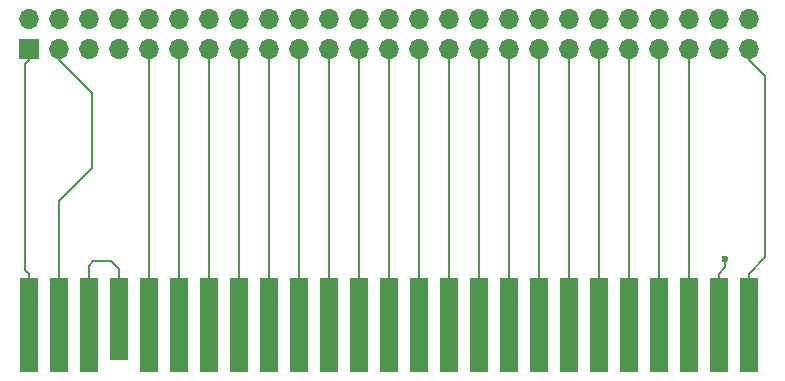
<source format=gbr>
%TF.GenerationSoftware,KiCad,Pcbnew,8.0.2-1*%
%TF.CreationDate,2024-07-05T22:00:38-03:00*%
%TF.ProjectId,msx-simple-proto,6d73782d-7369-46d7-906c-652d70726f74,0.1*%
%TF.SameCoordinates,Original*%
%TF.FileFunction,Copper,L1,Top*%
%TF.FilePolarity,Positive*%
%FSLAX46Y46*%
G04 Gerber Fmt 4.6, Leading zero omitted, Abs format (unit mm)*
G04 Created by KiCad (PCBNEW 8.0.2-1) date 2024-07-05 22:00:38*
%MOMM*%
%LPD*%
G01*
G04 APERTURE LIST*
%TA.AperFunction,ConnectorPad*%
%ADD10R,1.500000X8.000000*%
%TD*%
%TA.AperFunction,ConnectorPad*%
%ADD11R,1.500000X7.000000*%
%TD*%
%TA.AperFunction,ComponentPad*%
%ADD12O,1.700000X1.700000*%
%TD*%
%TA.AperFunction,ComponentPad*%
%ADD13R,1.700000X1.700000*%
%TD*%
%TA.AperFunction,ViaPad*%
%ADD14C,0.600000*%
%TD*%
%TA.AperFunction,Conductor*%
%ADD15C,0.200000*%
%TD*%
G04 APERTURE END LIST*
D10*
%TO.P,CART1,2*%
%TO.N,/CS2*%
X188492025Y-129867202D03*
%TO.P,CART1,4*%
%TO.N,/SLTSL*%
X185952025Y-129867202D03*
%TO.P,CART1,6*%
%TO.N,/RFSH*%
X183412025Y-129867202D03*
%TO.P,CART1,8*%
%TO.N,/INT*%
X180872025Y-129867202D03*
%TO.P,CART1,10*%
%TO.N,/BUSDIR*%
X178332025Y-129867202D03*
%TO.P,CART1,12*%
%TO.N,/MERQ*%
X175792025Y-129867202D03*
%TO.P,CART1,14*%
%TO.N,/RD*%
X173252025Y-129867202D03*
%TO.P,CART1,16*%
%TO.N,RSV*%
X170712025Y-129867202D03*
%TO.P,CART1,18*%
%TO.N,A15*%
X168172025Y-129867202D03*
%TO.P,CART1,20*%
%TO.N,A10*%
X165632025Y-129867202D03*
%TO.P,CART1,22*%
%TO.N,A6*%
X163092025Y-129867202D03*
%TO.P,CART1,24*%
%TO.N,A8*%
X160552025Y-129867202D03*
%TO.P,CART1,26*%
%TO.N,A13*%
X158012025Y-129867202D03*
%TO.P,CART1,28*%
%TO.N,A0*%
X155472025Y-129867202D03*
%TO.P,CART1,30*%
%TO.N,A2*%
X152932025Y-129867202D03*
%TO.P,CART1,32*%
%TO.N,A4*%
X150392025Y-129867202D03*
%TO.P,CART1,34*%
%TO.N,D0*%
X147852025Y-129867202D03*
%TO.P,CART1,36*%
%TO.N,D2*%
X145312025Y-129867202D03*
%TO.P,CART1,38*%
%TO.N,D4*%
X142772025Y-129867202D03*
%TO.P,CART1,40*%
%TO.N,D6*%
X140232025Y-129867202D03*
%TO.P,CART1,42*%
%TO.N,CLOCK*%
X137692025Y-129867202D03*
D11*
%TO.P,CART1,44*%
%TO.N,SW*%
X135146533Y-129359850D03*
D10*
%TO.P,CART1,46*%
X132612025Y-129867202D03*
%TO.P,CART1,48*%
%TO.N,+12V*%
X130072025Y-129867202D03*
%TO.P,CART1,50*%
%TO.N,-12V*%
X127532025Y-129867202D03*
%TD*%
D12*
%TO.P,CONN1,1*%
%TO.N,/CS1*%
X188492000Y-104000000D03*
%TO.P,CONN1,2*%
%TO.N,/CS2*%
X188492000Y-106540000D03*
%TO.P,CONN1,3*%
%TO.N,/CS12*%
X185952000Y-104000000D03*
%TO.P,CONN1,4*%
%TO.N,/SLTSL*%
X185952000Y-106540000D03*
%TO.P,CONN1,5*%
%TO.N,RSV*%
X183412000Y-104000000D03*
%TO.P,CONN1,6*%
%TO.N,/RFSH*%
X183412000Y-106540000D03*
%TO.P,CONN1,7*%
%TO.N,/WAIT*%
X180872000Y-104000000D03*
%TO.P,CONN1,8*%
%TO.N,/INT*%
X180872000Y-106540000D03*
%TO.P,CONN1,9*%
%TO.N,/M1*%
X178332000Y-104000000D03*
%TO.P,CONN1,10*%
%TO.N,/BUSDIR*%
X178332000Y-106540000D03*
%TO.P,CONN1,11*%
%TO.N,/IORQ*%
X175792000Y-104000000D03*
%TO.P,CONN1,12*%
%TO.N,/MERQ*%
X175792000Y-106540000D03*
%TO.P,CONN1,13*%
%TO.N,/WR*%
X173252000Y-104000000D03*
%TO.P,CONN1,14*%
%TO.N,/RD*%
X173252000Y-106540000D03*
%TO.P,CONN1,15*%
%TO.N,/RESET*%
X170712000Y-104000000D03*
%TO.P,CONN1,16*%
%TO.N,RSV*%
X170712000Y-106540000D03*
%TO.P,CONN1,17*%
%TO.N,A9*%
X168172000Y-104000000D03*
%TO.P,CONN1,18*%
%TO.N,A15*%
X168172000Y-106540000D03*
%TO.P,CONN1,19*%
%TO.N,A11*%
X165632000Y-104000000D03*
%TO.P,CONN1,20*%
%TO.N,A10*%
X165632000Y-106540000D03*
%TO.P,CONN1,21*%
%TO.N,A7*%
X163092000Y-104000000D03*
%TO.P,CONN1,22*%
%TO.N,A6*%
X163092000Y-106540000D03*
%TO.P,CONN1,23*%
%TO.N,A12*%
X160552000Y-104000000D03*
%TO.P,CONN1,24*%
%TO.N,A8*%
X160552000Y-106540000D03*
%TO.P,CONN1,25*%
%TO.N,A14*%
X158012000Y-104000000D03*
%TO.P,CONN1,26*%
%TO.N,A13*%
X158012000Y-106540000D03*
%TO.P,CONN1,27*%
%TO.N,A1*%
X155472000Y-104000000D03*
%TO.P,CONN1,28*%
%TO.N,A0*%
X155472000Y-106540000D03*
%TO.P,CONN1,29*%
%TO.N,A3*%
X152932000Y-104000000D03*
%TO.P,CONN1,30*%
%TO.N,A2*%
X152932000Y-106540000D03*
%TO.P,CONN1,31*%
%TO.N,A5*%
X150392000Y-104000000D03*
%TO.P,CONN1,32*%
%TO.N,A4*%
X150392000Y-106540000D03*
%TO.P,CONN1,33*%
%TO.N,D1*%
X147852000Y-104000000D03*
%TO.P,CONN1,34*%
%TO.N,D0*%
X147852000Y-106540000D03*
%TO.P,CONN1,35*%
%TO.N,D3*%
X145312000Y-104000000D03*
%TO.P,CONN1,36*%
%TO.N,D2*%
X145312000Y-106540000D03*
%TO.P,CONN1,37*%
%TO.N,D5*%
X142772000Y-104000000D03*
%TO.P,CONN1,38*%
%TO.N,D4*%
X142772000Y-106540000D03*
%TO.P,CONN1,39*%
%TO.N,D7*%
X140232000Y-104000000D03*
%TO.P,CONN1,40*%
%TO.N,D6*%
X140232000Y-106540000D03*
%TO.P,CONN1,41*%
%TO.N,GND*%
X137692000Y-104000000D03*
%TO.P,CONN1,42*%
%TO.N,CLOCK*%
X137692000Y-106540000D03*
%TO.P,CONN1,43*%
%TO.N,GND*%
X135152000Y-104000000D03*
%TO.P,CONN1,44*%
%TO.N,SW*%
X135152000Y-106540000D03*
%TO.P,CONN1,45*%
%TO.N,+5V*%
X132612000Y-104000000D03*
%TO.P,CONN1,46*%
%TO.N,SW*%
X132612000Y-106540000D03*
%TO.P,CONN1,47*%
%TO.N,+5V*%
X130072000Y-104000000D03*
%TO.P,CONN1,48*%
%TO.N,+12V*%
X130072000Y-106540000D03*
%TO.P,CONN1,49*%
%TO.N,SOUNDIN*%
X127532000Y-104000000D03*
D13*
%TO.P,CONN1,50*%
%TO.N,-12V*%
X127532000Y-106540000D03*
%TD*%
D14*
%TO.N,/SLTSL*%
X186506600Y-124348600D03*
%TD*%
D15*
%TO.N,-12V*%
X127223800Y-107769900D02*
X127223800Y-125257300D01*
X127532000Y-129867200D02*
X127532000Y-125565500D01*
X127532000Y-106310000D02*
X127532000Y-107461700D01*
X127532000Y-107461700D02*
X127223800Y-107769900D01*
X127223800Y-125257300D02*
X127532000Y-125565500D01*
%TO.N,+12V*%
X132879100Y-116602100D02*
X130072000Y-119409200D01*
X132879100Y-110268800D02*
X132879100Y-116602100D01*
X130072000Y-107461700D02*
X132879100Y-110268800D01*
X130072000Y-106310000D02*
X130072000Y-107461700D01*
X130072000Y-119409200D02*
X130072000Y-129867200D01*
%TO.N,RSV*%
X170712000Y-106310000D02*
X170712000Y-129867200D01*
%TO.N,D6*%
X140232000Y-106310000D02*
X140232000Y-129867200D01*
%TO.N,D4*%
X142772000Y-106310000D02*
X142772000Y-129867200D01*
%TO.N,D2*%
X145312000Y-106310000D02*
X145312000Y-129867200D01*
%TO.N,A4*%
X150392000Y-106310000D02*
X150392000Y-129867200D01*
%TO.N,D0*%
X147852000Y-106310000D02*
X147852000Y-129867200D01*
%TO.N,A2*%
X152932000Y-106310000D02*
X152932000Y-129867200D01*
%TO.N,A0*%
X155472000Y-106310000D02*
X155472000Y-129867200D01*
%TO.N,A13*%
X158012000Y-106310000D02*
X158012000Y-129867200D01*
%TO.N,A8*%
X160552000Y-106310000D02*
X160552000Y-129867200D01*
%TO.N,A6*%
X163092000Y-106310000D02*
X163092000Y-129867200D01*
%TO.N,A10*%
X165632000Y-106310000D02*
X165632000Y-129867200D01*
%TO.N,A15*%
X168172000Y-106310000D02*
X168172000Y-129867200D01*
%TO.N,CLOCK*%
X137692000Y-106310000D02*
X137692000Y-129867200D01*
%TO.N,/RD*%
X173252000Y-106310000D02*
X173252000Y-129867200D01*
%TO.N,/MERQ*%
X175792000Y-106310000D02*
X175792000Y-129867200D01*
%TO.N,/BUSDIR*%
X178332000Y-106310000D02*
X178332000Y-129867200D01*
%TO.N,/INT*%
X180872000Y-106310000D02*
X180872000Y-129867200D01*
%TO.N,/RFSH*%
X183412000Y-106310000D02*
X183412000Y-129867200D01*
%TO.N,/SLTSL*%
X185952000Y-129867200D02*
X185952000Y-125565500D01*
X186506600Y-125010900D02*
X185952000Y-125565500D01*
X186506600Y-124348600D02*
X186506600Y-125010900D01*
%TO.N,/CS2*%
X189884800Y-124172700D02*
X188492000Y-125565500D01*
X188492000Y-107461700D02*
X189884800Y-108854500D01*
X189884800Y-108854500D02*
X189884800Y-124172700D01*
X188492000Y-129867200D02*
X188492000Y-125565500D01*
X188492000Y-106310000D02*
X188492000Y-107461700D01*
%TO.N,SW*%
X135147000Y-125147000D02*
X134500000Y-124500000D01*
X132612000Y-124888000D02*
X132612000Y-129867000D01*
X135147000Y-129360000D02*
X135147000Y-127837600D01*
X132612000Y-129867000D02*
X132612000Y-129867200D01*
X135147000Y-127837600D02*
X135147000Y-125147000D01*
X133000000Y-124500000D02*
X132612000Y-124888000D01*
X135146500Y-127838100D02*
X135146500Y-129359800D01*
X135147000Y-127837600D02*
X135146500Y-127838100D01*
X134500000Y-124500000D02*
X133000000Y-124500000D01*
%TD*%
M02*

</source>
